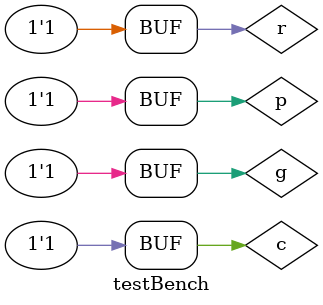
<source format=v>
`timescale 1 ns / 1 ns
module testBench();

reg r,c,g,p;
wire b;

myModule a(b,r,c,g,p);

// Behavioral Verilog
initial begin
	$dumpfile("Diagram.vcd");
	$dumpvars(0,b,r,c,g,p);
	
		r<=0; c<=0; g<=0; p<=0;
	#20 r<=0; c<=0; g<=0; p<=0;
	#20 r<=0; c<=0; g<=0; p<=1;
	#20 r<=0; c<=0; g<=1; p<=0;
	#20 r<=0; c<=0; g<=1; p<=1;
	#20 r<=0; c<=1; g<=0; p<=0;
	#20 r<=0; c<=1; g<=0; p<=1;
	#20 r<=0; c<=1; g<=1; p<=0;
	#20 r<=0; c<=1; g<=1; p<=1;
	#20 r<=1; c<=0; g<=0; p<=0;
	#20 r<=1; c<=0; g<=0; p<=1;
	#20 r<=1; c<=0; g<=1; p<=0;
	#20 r<=1; c<=0; g<=1; p<=1;
	#20 r<=1; c<=1; g<=0; p<=0;
	#20 r<=1; c<=1; g<=0; p<=1;
	#20 r<=1; c<=1; g<=1; p<=0;
	#20 r<=1; c<=1; g<=1; p<=1;
	#20;
	
end

endmodule
</source>
